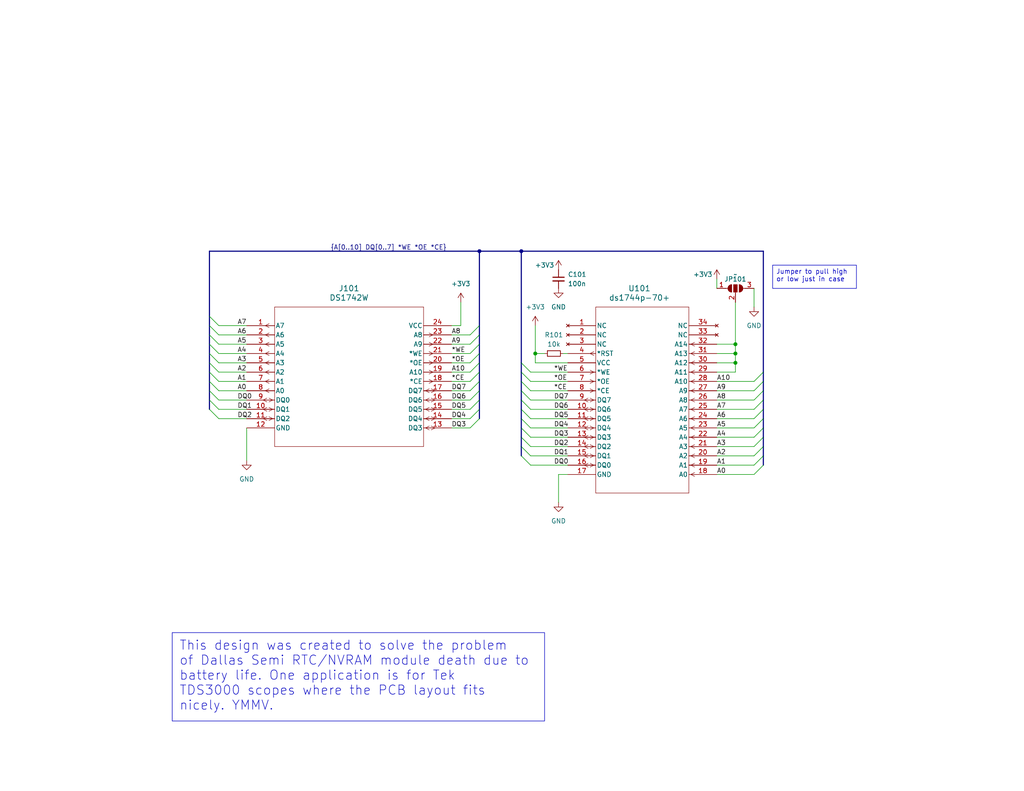
<source format=kicad_sch>
(kicad_sch (version 20230121) (generator eeschema)
  (paper "USLetter")
  (title_block (title "DS1742 to DS1744 Adapter") (date "2023-10-20") (rev "1.1") (comment 1 "License : GPL-3.0") (comment 2 "Modified : Steven Knudsen (github knud)") (comment 3 "Original Source : https://github.com/james10952001/DS1744WP-to-DS1742W-adapter") (comment 4 "Author : James (github james10952001 )"))
  (lib_symbols
    (symbol "DS1742-100_1" (pin_names (offset 1.016))
      (property "Reference" "U" (at 23.241 9.1186 0))
      (property "Value" "DS1742-100" (at 22.6314 6.5786 0))
      (symbol "DS1742-100_1_0_0"
        (polyline (pts (xy 7.62 -33.02) (xy 48.26 -33.02)) (stroke (width 0.1524)))
        (polyline (pts (xy 7.62 5.08) (xy 7.62 -33.02)) (stroke (width 0.1524)))
        (polyline (pts (xy 48.26 -33.02) (xy 48.26 5.08)) (stroke (width 0.1524)))
        (polyline (pts (xy 48.26 5.08) (xy 7.62 5.08)) (stroke (width 0.1524)))
        (pin input line (at 0 0 0) (length 7.62) (name "A7") (number "1"))
        (pin passive line (at 0 -22.86 0) (length 7.62) (name "DQ1") (number "10"))
        (pin passive line (at 0 -25.4 0) (length 7.62) (name "DQ2") (number "11"))
        (pin power_in line (at 0 -27.94 0) (length 7.62) (name "GND") (number "12"))
        (pin passive line (at 55.88 -27.94 180) (length 7.62) (name "DQ3") (number "13"))
        (pin passive line (at 55.88 -25.4 180) (length 7.62) (name "DQ4") (number "14"))
        (pin passive line (at 55.88 -22.86 180) (length 7.62) (name "DQ5") (number "15"))
        (pin passive line (at 55.88 -20.32 180) (length 7.62) (name "DQ6") (number "16"))
        (pin passive line (at 55.88 -17.78 180) (length 7.62) (name "DQ7") (number "17"))
        (pin passive line (at 55.88 -15.24 180) (length 7.62) (name "*CE") (number "18"))
        (pin input line (at 55.88 -12.7 180) (length 7.62) (name "A10") (number "19"))
        (pin input line (at 0 -2.54 0) (length 7.62) (name "A6") (number "2"))
        (pin passive line (at 55.88 -10.16 180) (length 7.62) (name "*OE") (number "20"))
        (pin passive line (at 55.88 -7.62 180) (length 7.62) (name "*WE") (number "21"))
        (pin input line (at 55.88 -5.08 180) (length 7.62) (name "A9") (number "22"))
        (pin input line (at 55.88 -2.54 180) (length 7.62) (name "A8") (number "23"))
        (pin power_in line (at 55.88 0 180) (length 7.62) (name "VCC") (number "24"))
        (pin input line (at 0 -5.08 0) (length 7.62) (name "A5") (number "3"))
        (pin input line (at 0 -7.62 0) (length 7.62) (name "A4") (number "4"))
        (pin input line (at 0 -10.16 0) (length 7.62) (name "A3") (number "5"))
        (pin input line (at 0 -12.7 0) (length 7.62) (name "A2") (number "6"))
        (pin input line (at 0 -15.24 0) (length 7.62) (name "A1") (number "7"))
        (pin input line (at 0 -17.78 0) (length 7.62) (name "A0") (number "8"))
        (pin passive line (at 0 -20.32 0) (length 7.62) (name "DQ0") (number "9"))
      )
    )
    (symbol "DS1744P-70_1" (pin_names (offset 1.016))
      (property "Reference" "U" (at -12.7 36.5506 0))
      (property "Value" "DS1744P-70" (at -12.7 -39.5478 0))
      (symbol "DS1744P-70_1_0_0"
        (polyline (pts (xy -12.7 -35.56) (xy -12.7 35.56)) (stroke (width 0.4064)))
        (polyline (pts (xy -12.7 35.56) (xy 12.7 35.56)) (stroke (width 0.4064)))
        (polyline (pts (xy 12.7 -35.56) (xy -12.7 -35.56)) (stroke (width 0.4064)))
        (polyline (pts (xy 12.7 35.56) (xy 12.7 -35.56)) (stroke (width 0.4064)))
        (pin bidirectional line (at -17.78 -34.29 0) (length 5.08) hide (name "NC") (number "1"))
        (pin bidirectional line (at 17.78 -20.32 180) (length 5.08) (name "DQ6") (number "10"))
        (pin bidirectional line (at 17.78 -17.78 180) (length 5.08) (name "DQ5") (number "11"))
        (pin bidirectional line (at 17.78 -15.24 180) (length 5.08) (name "DQ4") (number "12"))
        (pin bidirectional line (at -17.78 -22.86 0) (length 5.08) (name "DQ3") (number "13"))
        (pin bidirectional line (at -17.78 -20.32 0) (length 5.08) (name "DQ2") (number "14"))
        (pin bidirectional line (at -17.78 -17.78 0) (length 5.08) (name "DQ1") (number "15"))
        (pin bidirectional line (at -17.78 -15.24 0) (length 5.08) (name "DQ0") (number "16"))
        (pin power_in line (at 17.78 -33.02 180) (length 5.08) (name "GND") (number "17"))
        (pin bidirectional line (at -17.78 7.62 0) (length 5.08) (name "A0") (number "18"))
        (pin bidirectional line (at -17.78 5.08 0) (length 5.08) (name "A1") (number "19"))
        (pin bidirectional line (at -17.78 -33.02 0) (length 5.08) hide (name "NC") (number "2"))
        (pin bidirectional line (at -17.78 2.54 0) (length 5.08) (name "A2") (number "20"))
        (pin bidirectional line (at -17.78 0 0) (length 5.08) (name "A3") (number "21"))
        (pin bidirectional line (at -17.78 -2.54 0) (length 5.08) (name "A4") (number "22"))
        (pin bidirectional line (at -17.78 -5.08 0) (length 5.08) (name "A5") (number "23"))
        (pin bidirectional line (at -17.78 -7.62 0) (length 5.08) (name "A6") (number "24"))
        (pin bidirectional line (at 17.78 7.62 180) (length 5.08) (name "A7") (number "25"))
        (pin bidirectional line (at 17.78 5.08 180) (length 5.08) (name "A8") (number "26"))
        (pin bidirectional line (at 17.78 2.54 180) (length 5.08) (name "A9") (number "27"))
        (pin bidirectional line (at 17.78 0 180) (length 5.08) (name "A10") (number "28"))
        (pin bidirectional line (at 17.78 -2.54 180) (length 5.08) (name "A11") (number "29"))
        (pin bidirectional line (at -17.78 -31.75 0) (length 5.08) hide (name "NC") (number "3"))
        (pin bidirectional line (at 17.78 -5.08 180) (length 5.08) (name "A12") (number "30"))
        (pin bidirectional line (at 17.78 -7.62 180) (length 5.08) (name "A13") (number "31"))
        (pin bidirectional line (at 17.78 -10.16 180) (length 5.08) (name "A14") (number "32"))
        (pin bidirectional line (at -17.78 -30.48 0) (length 5.08) hide (name "NC") (number "33"))
        (pin bidirectional line (at -17.78 -29.21 0) (length 5.08) hide (name "NC") (number "34"))
        (pin bidirectional line (at -17.78 17.78 0) (length 5.08) (name "~{RST}") (number "4"))
        (pin power_in line (at 17.78 33.02 180) (length 5.08) (name "VCC") (number "5"))
        (pin bidirectional line (at -17.78 12.7 0) (length 5.08) (name "~{WE}") (number "6"))
        (pin bidirectional line (at -17.78 22.86 0) (length 5.08) (name "~{OE}") (number "7"))
        (pin bidirectional line (at -17.78 27.94 0) (length 5.08) (name "~{CE}") (number "8"))
        (pin bidirectional line (at 17.78 -22.86 180) (length 5.08) (name "DQ7") (number "9"))
      )
    )
    (symbol "DS1744p-adapter:DS1742W" (pin_names (offset 0.254))
      (property "Reference" "J" (at 27.94 10.16 0))
      (property "Value" "DS1742W" (at 27.94 7.62 0))
      (symbol "DS1742W_0_1"
        (polyline (pts (xy 5.08 -17.78) (xy 6.1214 -18.3007)) (stroke (width 0.127)))
        (polyline (pts (xy 5.08 -17.78) (xy 6.1214 -17.2593)) (stroke (width 0.127)))
        (polyline (pts (xy 5.08 -15.24) (xy 6.1214 -15.7607)) (stroke (width 0.127)))
        (polyline (pts (xy 5.08 -15.24) (xy 6.1214 -14.7193)) (stroke (width 0.127)))
        (polyline (pts (xy 5.08 -12.7) (xy 6.1214 -13.2207)) (stroke (width 0.127)))
        (polyline (pts (xy 5.08 -12.7) (xy 6.1214 -12.1793)) (stroke (width 0.127)))
        (polyline (pts (xy 5.08 -10.16) (xy 6.1214 -10.6807)) (stroke (width 0.127)))
        (polyline (pts (xy 5.08 -10.16) (xy 6.1214 -9.6393)) (stroke (width 0.127)))
        (polyline (pts (xy 5.08 -7.62) (xy 6.1214 -8.1407)) (stroke (width 0.127)))
        (polyline (pts (xy 5.08 -7.62) (xy 6.1214 -7.0993)) (stroke (width 0.127)))
        (polyline (pts (xy 5.08 -5.08) (xy 6.1214 -5.6007)) (stroke (width 0.127)))
        (polyline (pts (xy 5.08 -5.08) (xy 6.1214 -4.5593)) (stroke (width 0.127)))
        (polyline (pts (xy 5.08 -2.54) (xy 6.1214 -3.0607)) (stroke (width 0.127)))
        (polyline (pts (xy 5.08 -2.54) (xy 6.1214 -2.0193)) (stroke (width 0.127)))
        (polyline (pts (xy 5.08 0) (xy 6.1214 -0.5207)) (stroke (width 0.127)))
        (polyline (pts (xy 5.08 0) (xy 6.1214 0.5207)) (stroke (width 0.127)))
        (polyline (pts (xy 5.5372 -25.9207) (xy 4.4958 -25.4)) (stroke (width 0.127)))
        (polyline (pts (xy 5.5372 -24.8793) (xy 4.4958 -25.4)) (stroke (width 0.127)))
        (polyline (pts (xy 5.5372 -23.3807) (xy 4.4958 -22.86)) (stroke (width 0.127)))
        (polyline (pts (xy 5.5372 -22.3393) (xy 4.4958 -22.86)) (stroke (width 0.127)))
        (polyline (pts (xy 5.5372 -20.8407) (xy 4.4958 -20.32)) (stroke (width 0.127)))
        (polyline (pts (xy 5.5372 -19.7993) (xy 4.4958 -20.32)) (stroke (width 0.127)))
        (polyline (pts (xy 7.0993 -25.4) (xy 6.0579 -25.9207)) (stroke (width 0.127)))
        (polyline (pts (xy 7.0993 -25.4) (xy 6.0579 -24.8793)) (stroke (width 0.127)))
        (polyline (pts (xy 7.0993 -22.86) (xy 6.0579 -23.3807)) (stroke (width 0.127)))
        (polyline (pts (xy 7.0993 -22.86) (xy 6.0579 -22.3393)) (stroke (width 0.127)))
        (polyline (pts (xy 7.0993 -20.32) (xy 6.0579 -20.8407)) (stroke (width 0.127)))
        (polyline (pts (xy 7.0993 -20.32) (xy 6.0579 -19.7993)) (stroke (width 0.127)))
        (polyline (pts (xy 7.62 -33.02) (xy 48.26 -33.02)) (stroke (width 0.127)))
        (polyline (pts (xy 7.62 5.08) (xy 7.62 -33.02)) (stroke (width 0.127)))
        (polyline (pts (xy 48.26 -33.02) (xy 48.26 5.08)) (stroke (width 0.127)))
        (polyline (pts (xy 48.26 5.08) (xy 7.62 5.08)) (stroke (width 0.127)))
        (polyline (pts (xy 48.7807 -27.94) (xy 49.8221 -28.4607)) (stroke (width 0.127)))
        (polyline (pts (xy 48.7807 -27.94) (xy 49.8221 -27.4193)) (stroke (width 0.127)))
        (polyline (pts (xy 48.7807 -25.4) (xy 49.8221 -25.9207)) (stroke (width 0.127)))
        (polyline (pts (xy 48.7807 -25.4) (xy 49.8221 -24.8793)) (stroke (width 0.127)))
        (polyline (pts (xy 48.7807 -22.86) (xy 49.8221 -23.3807)) (stroke (width 0.127)))
        (polyline (pts (xy 48.7807 -22.86) (xy 49.8221 -22.3393)) (stroke (width 0.127)))
        (polyline (pts (xy 48.7807 -20.32) (xy 49.8221 -20.8407)) (stroke (width 0.127)))
        (polyline (pts (xy 48.7807 -20.32) (xy 49.8221 -19.7993)) (stroke (width 0.127)))
        (polyline (pts (xy 48.7807 -17.78) (xy 49.8221 -18.3007)) (stroke (width 0.127)))
        (polyline (pts (xy 48.7807 -17.78) (xy 49.8221 -17.2593)) (stroke (width 0.127)))
        (polyline (pts (xy 50.3428 -28.4607) (xy 51.3842 -27.94)) (stroke (width 0.127)))
        (polyline (pts (xy 50.3428 -27.4193) (xy 51.3842 -27.94)) (stroke (width 0.127)))
        (polyline (pts (xy 50.3428 -25.9207) (xy 51.3842 -25.4)) (stroke (width 0.127)))
        (polyline (pts (xy 50.3428 -24.8793) (xy 51.3842 -25.4)) (stroke (width 0.127)))
        (polyline (pts (xy 50.3428 -23.3807) (xy 51.3842 -22.86)) (stroke (width 0.127)))
        (polyline (pts (xy 50.3428 -22.3393) (xy 51.3842 -22.86)) (stroke (width 0.127)))
        (polyline (pts (xy 50.3428 -20.8407) (xy 51.3842 -20.32)) (stroke (width 0.127)))
        (polyline (pts (xy 50.3428 -19.7993) (xy 51.3842 -20.32)) (stroke (width 0.127)))
        (polyline (pts (xy 50.3428 -18.3007) (xy 51.3842 -17.78)) (stroke (width 0.127)))
        (polyline (pts (xy 50.3428 -17.2593) (xy 51.3842 -17.78)) (stroke (width 0.127)))
        (polyline (pts (xy 50.8 -15.24) (xy 49.7586 -15.7607)) (stroke (width 0.127)))
        (polyline (pts (xy 50.8 -15.24) (xy 49.7586 -14.7193)) (stroke (width 0.127)))
        (polyline (pts (xy 50.8 -12.7) (xy 49.7586 -13.2207)) (stroke (width 0.127)))
        (polyline (pts (xy 50.8 -12.7) (xy 49.7586 -12.1793)) (stroke (width 0.127)))
        (polyline (pts (xy 50.8 -10.16) (xy 49.7586 -10.6807)) (stroke (width 0.127)))
        (polyline (pts (xy 50.8 -10.16) (xy 49.7586 -9.6393)) (stroke (width 0.127)))
        (polyline (pts (xy 50.8 -7.62) (xy 49.7586 -8.1407)) (stroke (width 0.127)))
        (polyline (pts (xy 50.8 -7.62) (xy 49.7586 -7.0993)) (stroke (width 0.127)))
        (polyline (pts (xy 50.8 -5.08) (xy 49.7586 -5.6007)) (stroke (width 0.127)))
        (polyline (pts (xy 50.8 -5.08) (xy 49.7586 -4.5593)) (stroke (width 0.127)))
        (polyline (pts (xy 50.8 -2.54) (xy 49.7586 -3.0607)) (stroke (width 0.127)))
        (polyline (pts (xy 50.8 -2.54) (xy 49.7586 -2.0193)) (stroke (width 0.127)))
        (pin bidirectional line (at 0 -22.86 0) (length 7.62) (name "DQ1") (number "10"))
        (pin bidirectional line (at 0 -25.4 0) (length 7.62) (name "DQ2") (number "11"))
        (pin bidirectional line (at 55.88 -27.94 180) (length 7.62) (name "DQ3") (number "13"))
        (pin bidirectional line (at 55.88 -25.4 180) (length 7.62) (name "DQ4") (number "14"))
        (pin bidirectional line (at 55.88 -22.86 180) (length 7.62) (name "DQ5") (number "15"))
        (pin bidirectional line (at 55.88 -20.32 180) (length 7.62) (name "DQ6") (number "16"))
        (pin bidirectional line (at 55.88 -17.78 180) (length 7.62) (name "DQ7") (number "17"))
        (pin bidirectional line (at 0 -20.32 0) (length 7.62) (name "DQ0") (number "9"))
      )
      (symbol "DS1742W_1_1"
        (pin output line (at 0 0 0) (length 7.62) (name "A7") (number "1"))
        (pin power_out line (at 0 -27.94 0) (length 7.62) (name "GND") (number "12"))
        (pin output line (at 55.88 -15.24 180) (length 7.62) (name "*CE") (number "18"))
        (pin output line (at 55.88 -12.7 180) (length 7.62) (name "A10") (number "19"))
        (pin output line (at 0 -2.54 0) (length 7.62) (name "A6") (number "2"))
        (pin output line (at 55.88 -10.16 180) (length 7.62) (name "*OE") (number "20"))
        (pin output line (at 55.88 -7.62 180) (length 7.62) (name "*WE") (number "21"))
        (pin output line (at 55.88 -5.08 180) (length 7.62) (name "A9") (number "22"))
        (pin output line (at 55.88 -2.54 180) (length 7.62) (name "A8") (number "23"))
        (pin power_out line (at 55.88 0 180) (length 7.62) (name "VCC") (number "24"))
        (pin output line (at 0 -5.08 0) (length 7.62) (name "A5") (number "3"))
        (pin output line (at 0 -7.62 0) (length 7.62) (name "A4") (number "4"))
        (pin output line (at 0 -10.16 0) (length 7.62) (name "A3") (number "5"))
        (pin output line (at 0 -12.7 0) (length 7.62) (name "A2") (number "6"))
        (pin output line (at 0 -15.24 0) (length 7.62) (name "A1") (number "7"))
        (pin output line (at 0 -17.78 0) (length 7.62) (name "A0") (number "8"))
      )
    )
    (symbol "DS1744p-adapter:ds1744p-70+" (pin_names (offset 0.254))
      (property "Reference" "U" (at 20.32 10.16 0))
      (property "Value" "ds1744p-70+" (at 20.32 7.62 0))
      (symbol "ds1744p-70+_0_1"
        (polyline (pts (xy 5.5372 -38.6207) (xy 4.4958 -38.1)) (stroke (width 0.127)))
        (polyline (pts (xy 5.5372 -37.5793) (xy 4.4958 -38.1)) (stroke (width 0.127)))
        (polyline (pts (xy 5.5372 -36.0807) (xy 4.4958 -35.56)) (stroke (width 0.127)))
        (polyline (pts (xy 5.5372 -35.0393) (xy 4.4958 -35.56)) (stroke (width 0.127)))
        (polyline (pts (xy 5.5372 -33.5407) (xy 4.4958 -33.02)) (stroke (width 0.127)))
        (polyline (pts (xy 5.5372 -32.4993) (xy 4.4958 -33.02)) (stroke (width 0.127)))
        (polyline (pts (xy 5.5372 -31.0007) (xy 4.4958 -30.48)) (stroke (width 0.127)))
        (polyline (pts (xy 5.5372 -29.9593) (xy 4.4958 -30.48)) (stroke (width 0.127)))
        (polyline (pts (xy 5.5372 -28.4607) (xy 4.4958 -27.94)) (stroke (width 0.127)))
        (polyline (pts (xy 5.5372 -27.4193) (xy 4.4958 -27.94)) (stroke (width 0.127)))
        (polyline (pts (xy 5.5372 -25.9207) (xy 4.4958 -25.4)) (stroke (width 0.127)))
        (polyline (pts (xy 5.5372 -24.8793) (xy 4.4958 -25.4)) (stroke (width 0.127)))
        (polyline (pts (xy 5.5372 -23.3807) (xy 4.4958 -22.86)) (stroke (width 0.127)))
        (polyline (pts (xy 5.5372 -22.3393) (xy 4.4958 -22.86)) (stroke (width 0.127)))
        (polyline (pts (xy 5.5372 -20.8407) (xy 4.4958 -20.32)) (stroke (width 0.127)))
        (polyline (pts (xy 5.5372 -19.7993) (xy 4.4958 -20.32)) (stroke (width 0.127)))
        (polyline (pts (xy 7.0993 -38.1) (xy 6.0579 -38.6207)) (stroke (width 0.127)))
        (polyline (pts (xy 7.0993 -38.1) (xy 6.0579 -37.5793)) (stroke (width 0.127)))
        (polyline (pts (xy 7.0993 -35.56) (xy 6.0579 -36.0807)) (stroke (width 0.127)))
        (polyline (pts (xy 7.0993 -35.56) (xy 6.0579 -35.0393)) (stroke (width 0.127)))
        (polyline (pts (xy 7.0993 -33.02) (xy 6.0579 -33.5407)) (stroke (width 0.127)))
        (polyline (pts (xy 7.0993 -33.02) (xy 6.0579 -32.4993)) (stroke (width 0.127)))
        (polyline (pts (xy 7.0993 -30.48) (xy 6.0579 -31.0007)) (stroke (width 0.127)))
        (polyline (pts (xy 7.0993 -30.48) (xy 6.0579 -29.9593)) (stroke (width 0.127)))
        (polyline (pts (xy 7.0993 -27.94) (xy 6.0579 -28.4607)) (stroke (width 0.127)))
        (polyline (pts (xy 7.0993 -27.94) (xy 6.0579 -27.4193)) (stroke (width 0.127)))
        (polyline (pts (xy 7.0993 -25.4) (xy 6.0579 -25.9207)) (stroke (width 0.127)))
        (polyline (pts (xy 7.0993 -25.4) (xy 6.0579 -24.8793)) (stroke (width 0.127)))
        (polyline (pts (xy 7.0993 -22.86) (xy 6.0579 -23.3807)) (stroke (width 0.127)))
        (polyline (pts (xy 7.0993 -22.86) (xy 6.0579 -22.3393)) (stroke (width 0.127)))
        (polyline (pts (xy 7.0993 -20.32) (xy 6.0579 -20.8407)) (stroke (width 0.127)))
        (polyline (pts (xy 7.0993 -20.32) (xy 6.0579 -19.7993)) (stroke (width 0.127)))
        (polyline (pts (xy 7.0993 -17.78) (xy 6.0579 -18.3007)) (stroke (width 0.127)))
        (polyline (pts (xy 7.0993 -17.78) (xy 6.0579 -17.2593)) (stroke (width 0.127)))
        (polyline (pts (xy 7.0993 -15.24) (xy 6.0579 -15.7607)) (stroke (width 0.127)))
        (polyline (pts (xy 7.0993 -15.24) (xy 6.0579 -14.7193)) (stroke (width 0.127)))
        (polyline (pts (xy 7.0993 -12.7) (xy 6.0579 -13.2207)) (stroke (width 0.127)))
        (polyline (pts (xy 7.0993 -12.7) (xy 6.0579 -12.1793)) (stroke (width 0.127)))
        (polyline (pts (xy 7.0993 -8.1407) (xy 6.0579 -7.62)) (stroke (width 0.127)))
        (polyline (pts (xy 7.0993 -7.0993) (xy 6.0579 -7.62)) (stroke (width 0.127)))
        (polyline (pts (xy 7.62 -45.72) (xy 33.02 -45.72)) (stroke (width 0.127)))
        (polyline (pts (xy 7.62 5.08) (xy 7.62 -45.72)) (stroke (width 0.127)))
        (polyline (pts (xy 33.02 -45.72) (xy 33.02 5.08)) (stroke (width 0.127)))
        (polyline (pts (xy 33.02 5.08) (xy 7.62 5.08)) (stroke (width 0.127)))
        (polyline (pts (xy 33.5407 -40.64) (xy 34.5821 -41.1607)) (stroke (width 0.127)))
        (polyline (pts (xy 33.5407 -40.64) (xy 34.5821 -40.1193)) (stroke (width 0.127)))
        (polyline (pts (xy 33.5407 -38.1) (xy 34.5821 -38.6207)) (stroke (width 0.127)))
        (polyline (pts (xy 33.5407 -38.1) (xy 34.5821 -37.5793)) (stroke (width 0.127)))
        (polyline (pts (xy 33.5407 -35.56) (xy 34.5821 -36.0807)) (stroke (width 0.127)))
        (polyline (pts (xy 33.5407 -35.56) (xy 34.5821 -35.0393)) (stroke (width 0.127)))
        (polyline (pts (xy 33.5407 -33.02) (xy 34.5821 -33.5407)) (stroke (width 0.127)))
        (polyline (pts (xy 33.5407 -33.02) (xy 34.5821 -32.4993)) (stroke (width 0.127)))
        (polyline (pts (xy 33.5407 -30.48) (xy 34.5821 -31.0007)) (stroke (width 0.127)))
        (polyline (pts (xy 33.5407 -30.48) (xy 34.5821 -29.9593)) (stroke (width 0.127)))
        (polyline (pts (xy 33.5407 -27.94) (xy 34.5821 -28.4607)) (stroke (width 0.127)))
        (polyline (pts (xy 33.5407 -27.94) (xy 34.5821 -27.4193)) (stroke (width 0.127)))
        (polyline (pts (xy 33.5407 -25.4) (xy 34.5821 -25.9207)) (stroke (width 0.127)))
        (polyline (pts (xy 33.5407 -25.4) (xy 34.5821 -24.8793)) (stroke (width 0.127)))
        (polyline (pts (xy 33.5407 -22.86) (xy 34.5821 -23.3807)) (stroke (width 0.127)))
        (polyline (pts (xy 33.5407 -22.86) (xy 34.5821 -22.3393)) (stroke (width 0.127)))
        (polyline (pts (xy 33.5407 -20.32) (xy 34.5821 -20.8407)) (stroke (width 0.127)))
        (polyline (pts (xy 33.5407 -20.32) (xy 34.5821 -19.7993)) (stroke (width 0.127)))
        (polyline (pts (xy 33.5407 -17.78) (xy 34.5821 -18.3007)) (stroke (width 0.127)))
        (polyline (pts (xy 33.5407 -17.78) (xy 34.5821 -17.2593)) (stroke (width 0.127)))
        (polyline (pts (xy 33.5407 -15.24) (xy 34.5821 -15.7607)) (stroke (width 0.127)))
        (polyline (pts (xy 33.5407 -15.24) (xy 34.5821 -14.7193)) (stroke (width 0.127)))
        (polyline (pts (xy 33.5407 -12.7) (xy 34.5821 -13.2207)) (stroke (width 0.127)))
        (polyline (pts (xy 33.5407 -12.7) (xy 34.5821 -12.1793)) (stroke (width 0.127)))
        (polyline (pts (xy 33.5407 -10.16) (xy 34.5821 -10.6807)) (stroke (width 0.127)))
        (polyline (pts (xy 33.5407 -10.16) (xy 34.5821 -9.6393)) (stroke (width 0.127)))
        (polyline (pts (xy 33.5407 -7.62) (xy 34.5821 -8.1407)) (stroke (width 0.127)))
        (polyline (pts (xy 33.5407 -7.62) (xy 34.5821 -7.0993)) (stroke (width 0.127)))
        (polyline (pts (xy 33.5407 -5.08) (xy 34.5821 -5.6007)) (stroke (width 0.127)))
        (polyline (pts (xy 33.5407 -5.08) (xy 34.5821 -4.5593)) (stroke (width 0.127)))
        (pin no_connect line (at 0 0 0) (length 7.62) (name "NC") (number "1"))
        (pin bidirectional line (at 0 -22.86 0) (length 7.62) (name "DQ6") (number "10"))
        (pin bidirectional line (at 0 -25.4 0) (length 7.62) (name "DQ5") (number "11"))
        (pin bidirectional line (at 0 -27.94 0) (length 7.62) (name "DQ4") (number "12"))
        (pin bidirectional line (at 0 -30.48 0) (length 7.62) (name "DQ3") (number "13"))
        (pin bidirectional line (at 0 -33.02 0) (length 7.62) (name "DQ2") (number "14"))
        (pin bidirectional line (at 0 -35.56 0) (length 7.62) (name "DQ1") (number "15"))
        (pin bidirectional line (at 0 -38.1 0) (length 7.62) (name "DQ0") (number "16"))
        (pin power_in line (at 0 -40.64 0) (length 7.62) (name "GND") (number "17"))
        (pin input line (at 40.64 -40.64 180) (length 7.62) (name "A0") (number "18"))
        (pin input line (at 40.64 -38.1 180) (length 7.62) (name "A1") (number "19"))
        (pin no_connect line (at 0 -2.54 0) (length 7.62) (name "NC") (number "2"))
        (pin input line (at 40.64 -35.56 180) (length 7.62) (name "A2") (number "20"))
        (pin input line (at 40.64 -33.02 180) (length 7.62) (name "A3") (number "21"))
        (pin input line (at 40.64 -30.48 180) (length 7.62) (name "A4") (number "22"))
        (pin input line (at 40.64 -27.94 180) (length 7.62) (name "A5") (number "23"))
        (pin input line (at 40.64 -25.4 180) (length 7.62) (name "A6") (number "24"))
        (pin input line (at 40.64 -22.86 180) (length 7.62) (name "A7") (number "25"))
        (pin input line (at 40.64 -20.32 180) (length 7.62) (name "A8") (number "26"))
        (pin input line (at 40.64 -17.78 180) (length 7.62) (name "A9") (number "27"))
        (pin input line (at 40.64 -15.24 180) (length 7.62) (name "A10") (number "28"))
        (pin input line (at 40.64 -12.7 180) (length 7.62) (name "A11") (number "29"))
        (pin no_connect line (at 0 -5.08 0) (length 7.62) (name "NC") (number "3"))
        (pin input line (at 40.64 -10.16 180) (length 7.62) (name "A12") (number "30"))
        (pin input line (at 40.64 -7.62 180) (length 7.62) (name "A13") (number "31"))
        (pin input line (at 40.64 -5.08 180) (length 7.62) (name "A14") (number "32"))
        (pin no_connect line (at 40.64 -2.54 180) (length 7.62) (name "NC") (number "33"))
        (pin no_connect line (at 40.64 0 180) (length 7.62) (name "NC") (number "34"))
        (pin output line (at 0 -7.62 0) (length 7.62) (name "*RST") (number "4"))
        (pin power_in line (at 0 -10.16 0) (length 7.62) (name "VCC") (number "5"))
        (pin input line (at 0 -12.7 0) (length 7.62) (name "*WE") (number "6"))
        (pin input line (at 0 -15.24 0) (length 7.62) (name "*OE") (number "7"))
        (pin input line (at 0 -17.78 0) (length 7.62) (name "*CE") (number "8"))
        (pin bidirectional line (at 0 -20.32 0) (length 7.62) (name "DQ7") (number "9"))
      )
    )
    (symbol "Device:C_Small" (pin_numbers hide) (pin_names (offset 0.254) hide)
      (property "Reference" "C" (at 0.254 1.778 0))
      (property "Value" "C_Small" (at 0.254 -2.032 0))
      (symbol "C_Small_0_1"
        (polyline (pts (xy -1.524 -0.508) (xy 1.524 -0.508)) (stroke (width 0.3302)))
        (polyline (pts (xy -1.524 0.508) (xy 1.524 0.508)) (stroke (width 0.3048)))
      )
      (symbol "C_Small_1_1"
        (pin passive line (at 0 2.54 270) (length 2.032) (name "~") (number "1"))
        (pin passive line (at 0 -2.54 90) (length 2.032) (name "~") (number "2"))
      )
    )
    (symbol "Device:R_Small" (pin_numbers hide) (pin_names (offset 0.254) hide)
      (property "Reference" "R" (at 0.762 0.508 0))
      (property "Value" "R_Small" (at 0.762 -1.016 0))
      (symbol "R_Small_0_1"
        (rectangle (start -0.762 1.778) (end 0.762 -1.778) (stroke (width 0.2032)))
      )
      (symbol "R_Small_1_1"
        (pin passive line (at 0 2.54 270) (length 0.762) (name "~") (number "1"))
        (pin passive line (at 0 -2.54 90) (length 0.762) (name "~") (number "2"))
      )
    )
    (symbol "Jumper:SolderJumper_3_Open" (pin_names (offset 0) hide)
      (property "Reference" "JP" (at -2.54 -2.54 0))
      (property "Value" "SolderJumper_3_Open" (at 0 2.794 0))
      (symbol "SolderJumper_3_Open_0_1"
        (arc (start -1.016 1.016) (mid -2.0276 0) (end -1.016 -1.016))
        (arc (start -1.016 1.016) (mid -2.0276 0) (end -1.016 -1.016) (fill (type outline)))
        (rectangle (start -0.508 1.016) (end 0.508 -1.016) (fill (type outline)))
        (polyline (pts (xy -2.54 0) (xy -2.032 0)))
        (polyline (pts (xy -1.016 1.016) (xy -1.016 -1.016)))
        (polyline (pts (xy 0 -1.27) (xy 0 -1.016)))
        (polyline (pts (xy 1.016 1.016) (xy 1.016 -1.016)))
        (polyline (pts (xy 2.54 0) (xy 2.032 0)))
        (arc (start 1.016 -1.016) (mid 2.0276 0) (end 1.016 1.016))
        (arc (start 1.016 -1.016) (mid 2.0276 0) (end 1.016 1.016) (fill (type outline)))
      )
      (symbol "SolderJumper_3_Open_1_1"
        (pin passive line (at -5.08 0 0) (length 2.54) (name "A") (number "1"))
        (pin passive line (at 0 -3.81 90) (length 2.54) (name "C") (number "2"))
        (pin passive line (at 5.08 0 180) (length 2.54) (name "B") (number "3"))
      )
    )
    (symbol "power:+3V3" (power) (pin_names (offset 0))
      (property "Value" "+3V3" (at 0 3.556 0))
      (symbol "+3V3_0_1"
        (polyline (pts (xy -0.762 1.27) (xy 0 2.54)))
        (polyline (pts (xy 0 0) (xy 0 2.54)))
        (polyline (pts (xy 0 2.54) (xy 0.762 1.27)))
      )
      (symbol "+3V3_1_1"
        (pin power_in line (at 0 0 90) (length 0) hide (name "+3V3") (number "1"))
      )
    )
    (symbol "power:GND" (power) (pin_names (offset 0))
      (property "Value" "GND" (at 0 -3.81 0))
      (symbol "GND_0_1"
        (polyline (pts (xy 0 0) (xy 0 -1.27) (xy 1.27 -1.27) (xy 0 -2.54) (xy -1.27 -1.27) (xy 0 -1.27)))
      )
      (symbol "GND_1_1"
        (pin power_in line (at 0 0 270) (length 0) hide (name "GND") (number "1"))
      )
    )
  )
  (junction (at 142.24 68.58))
  (junction (at 200.66 93.98))
  (junction (at 130.81 68.58))
  (junction (at 146.05 96.52))
  (junction (at 200.66 96.52))
  (junction (at 200.66 99.06))
  (bus_entry (at 208.28 106.68) (size -2.54 2.54))
  (bus_entry (at 57.15 104.14) (size 2.54 2.54))
  (bus_entry (at 130.81 109.22) (size -2.54 2.54))
  (bus_entry (at 57.15 111.76) (size 2.54 2.54))
  (bus_entry (at 142.24 116.84) (size 2.54 2.54))
  (bus_entry (at 142.24 124.46) (size 2.54 2.54))
  (bus_entry (at 208.28 124.46) (size -2.54 2.54))
  (bus_entry (at 142.24 111.76) (size 2.54 2.54))
  (bus_entry (at 208.28 121.92) (size -2.54 2.54))
  (bus_entry (at 142.24 121.92) (size 2.54 2.54))
  (bus_entry (at 208.28 116.84) (size -2.54 2.54))
  (bus_entry (at 130.81 93.98) (size -2.54 2.54))
  (bus_entry (at 130.81 91.44) (size -2.54 2.54))
  (bus_entry (at 57.15 93.98) (size 2.54 2.54))
  (bus_entry (at 142.24 101.6) (size 2.54 2.54))
  (bus_entry (at 57.15 101.6) (size 2.54 2.54))
  (bus_entry (at 130.81 88.9) (size -2.54 2.54))
  (bus_entry (at 142.24 104.14) (size 2.54 2.54))
  (bus_entry (at 208.28 101.6) (size -2.54 2.54))
  (bus_entry (at 130.81 96.52) (size -2.54 2.54))
  (bus_entry (at 57.15 91.44) (size 2.54 2.54))
  (bus_entry (at 142.24 106.68) (size 2.54 2.54))
  (bus_entry (at 57.15 109.22) (size 2.54 2.54))
  (bus_entry (at 130.81 114.3) (size -2.54 2.54))
  (bus_entry (at 142.24 114.3) (size 2.54 2.54))
  (bus_entry (at 208.28 104.14) (size -2.54 2.54))
  (bus_entry (at 208.28 114.3) (size -2.54 2.54))
  (bus_entry (at 130.81 101.6) (size -2.54 2.54))
  (bus_entry (at 57.15 106.68) (size 2.54 2.54))
  (bus_entry (at 208.28 109.22) (size -2.54 2.54))
  (bus_entry (at 57.15 88.9) (size 2.54 2.54))
  (bus_entry (at 142.24 109.22) (size 2.54 2.54))
  (bus_entry (at 142.24 119.38) (size 2.54 2.54))
  (bus_entry (at 57.15 96.52) (size 2.54 2.54))
  (bus_entry (at 130.81 106.68) (size -2.54 2.54))
  (bus_entry (at 57.15 86.36) (size 2.54 2.54))
  (bus_entry (at 130.81 104.14) (size -2.54 2.54))
  (bus_entry (at 57.15 99.06) (size 2.54 2.54))
  (bus_entry (at 208.28 111.76) (size -2.54 2.54))
  (bus_entry (at 208.28 127) (size -2.54 2.54))
  (bus_entry (at 130.81 99.06) (size -2.54 2.54))
  (bus_entry (at 130.81 111.76) (size -2.54 2.54))
  (bus_entry (at 208.28 119.38) (size -2.54 2.54))
  (bus_entry (at 142.24 99.06) (size 2.54 2.54))
  (bus (pts (xy 142.24 111.76) (xy 142.24 114.3)))
  (bus (pts (xy 208.28 111.76) (xy 208.28 114.3)))
  (bus (pts (xy 208.28 119.38) (xy 208.28 121.92)))
  (wire (pts (xy 152.4 129.54) (xy 154.94 129.54)))
  (wire (pts (xy 144.78 104.14) (xy 154.94 104.14)))
  (wire (pts (xy 195.58 111.76) (xy 205.74 111.76)))
  (bus (pts (xy 208.28 121.92) (xy 208.28 124.46)))
  (wire (pts (xy 59.69 91.44) (xy 67.31 91.44)))
  (wire (pts (xy 144.78 109.22) (xy 154.94 109.22)))
  (bus (pts (xy 130.81 99.06) (xy 130.81 101.6)))
  (bus (pts (xy 130.81 109.22) (xy 130.81 111.76)))
  (bus (pts (xy 208.28 116.84) (xy 208.28 119.38)))
  (bus (pts (xy 130.81 91.44) (xy 130.81 93.98)))
  (wire (pts (xy 200.66 82.55) (xy 200.66 93.98)))
  (wire (pts (xy 59.69 114.3) (xy 67.31 114.3)))
  (bus (pts (xy 208.28 114.3) (xy 208.28 116.84)))
  (bus (pts (xy 208.28 104.14) (xy 208.28 106.68)))
  (wire (pts (xy 123.19 91.44) (xy 128.27 91.44)))
  (wire (pts (xy 59.69 111.76) (xy 67.31 111.76)))
  (bus (pts (xy 142.24 119.38) (xy 142.24 121.92)))
  (wire (pts (xy 195.58 101.6) (xy 200.66 101.6)))
  (wire (pts (xy 123.19 99.06) (xy 128.27 99.06)))
  (wire (pts (xy 148.59 96.52) (xy 146.05 96.52)))
  (wire (pts (xy 152.4 137.16) (xy 152.4 129.54)))
  (bus (pts (xy 142.24 101.6) (xy 142.24 104.14)))
  (bus (pts (xy 130.81 88.9) (xy 130.81 91.44)))
  (wire (pts (xy 144.78 127) (xy 154.94 127)))
  (wire (pts (xy 59.69 106.68) (xy 67.31 106.68)))
  (bus (pts (xy 57.15 88.9) (xy 57.15 86.36)))
  (wire (pts (xy 195.58 121.92) (xy 205.74 121.92)))
  (wire (pts (xy 195.58 124.46) (xy 205.74 124.46)))
  (wire (pts (xy 200.66 96.52) (xy 200.66 93.98)))
  (bus (pts (xy 130.81 68.58) (xy 142.24 68.58)))
  (wire (pts (xy 144.78 111.76) (xy 154.94 111.76)))
  (bus (pts (xy 57.15 106.68) (xy 57.15 104.14)))
  (wire (pts (xy 123.19 111.76) (xy 128.27 111.76)))
  (bus (pts (xy 57.15 68.58) (xy 130.81 68.58)))
  (wire (pts (xy 195.58 104.14) (xy 205.74 104.14)))
  (wire (pts (xy 123.19 109.22) (xy 128.27 109.22)))
  (bus (pts (xy 142.24 104.14) (xy 142.24 106.68)))
  (wire (pts (xy 153.67 96.52) (xy 154.94 96.52)))
  (bus (pts (xy 57.15 109.22) (xy 57.15 106.68)))
  (wire (pts (xy 144.78 119.38) (xy 154.94 119.38)))
  (bus (pts (xy 57.15 93.98) (xy 57.15 91.44)))
  (bus (pts (xy 142.24 109.22) (xy 142.24 111.76)))
  (wire (pts (xy 195.58 116.84) (xy 205.74 116.84)))
  (wire (pts (xy 123.19 93.98) (xy 128.27 93.98)))
  (wire (pts (xy 123.19 106.68) (xy 128.27 106.68)))
  (wire (pts (xy 205.74 78.74) (xy 205.74 83.82)))
  (wire (pts (xy 59.69 88.9) (xy 67.31 88.9)))
  (wire (pts (xy 59.69 99.06) (xy 67.31 99.06)))
  (wire (pts (xy 154.94 99.06) (xy 146.05 99.06)))
  (wire (pts (xy 125.73 82.55) (xy 125.73 88.9)))
  (wire (pts (xy 200.66 99.06) (xy 200.66 96.52)))
  (bus (pts (xy 130.81 93.98) (xy 130.81 96.52)))
  (bus (pts (xy 208.28 124.46) (xy 208.28 127)))
  (wire (pts (xy 195.58 119.38) (xy 205.74 119.38)))
  (wire (pts (xy 123.19 88.9) (xy 125.73 88.9)))
  (bus (pts (xy 130.81 111.76) (xy 130.81 114.3)))
  (wire (pts (xy 144.78 101.6) (xy 154.94 101.6)))
  (wire (pts (xy 144.78 121.92) (xy 154.94 121.92)))
  (wire (pts (xy 195.58 129.54) (xy 205.74 129.54)))
  (bus (pts (xy 57.15 68.58) (xy 57.15 86.36)))
  (bus (pts (xy 208.28 101.6) (xy 208.28 104.14)))
  (wire (pts (xy 146.05 96.52) (xy 146.05 88.9)))
  (wire (pts (xy 123.19 96.52) (xy 128.27 96.52)))
  (wire (pts (xy 67.31 116.84) (xy 67.31 125.73)))
  (wire (pts (xy 123.19 104.14) (xy 128.27 104.14)))
  (wire (pts (xy 200.66 101.6) (xy 200.66 99.06)))
  (wire (pts (xy 146.05 96.52) (xy 146.05 99.06)))
  (wire (pts (xy 195.58 93.98) (xy 200.66 93.98)))
  (wire (pts (xy 195.58 99.06) (xy 200.66 99.06)))
  (bus (pts (xy 57.15 91.44) (xy 57.15 88.9)))
  (wire (pts (xy 195.58 106.68) (xy 205.74 106.68)))
  (wire (pts (xy 59.69 101.6) (xy 67.31 101.6)))
  (wire (pts (xy 59.69 93.98) (xy 67.31 93.98)))
  (wire (pts (xy 123.19 116.84) (xy 128.27 116.84)))
  (bus (pts (xy 130.81 104.14) (xy 130.81 106.68)))
  (wire (pts (xy 144.78 124.46) (xy 154.94 124.46)))
  (bus (pts (xy 130.81 68.58) (xy 130.81 88.9)))
  (wire (pts (xy 195.58 127) (xy 205.74 127)))
  (bus (pts (xy 142.24 68.58) (xy 142.24 99.06)))
  (wire (pts (xy 195.58 76.2) (xy 195.58 78.74)))
  (wire (pts (xy 59.69 109.22) (xy 67.31 109.22)))
  (bus (pts (xy 57.15 101.6) (xy 57.15 99.06)))
  (wire (pts (xy 59.69 104.14) (xy 67.31 104.14)))
  (bus (pts (xy 142.24 106.68) (xy 142.24 109.22)))
  (bus (pts (xy 130.81 96.52) (xy 130.81 99.06)))
  (bus (pts (xy 57.15 104.14) (xy 57.15 101.6)))
  (bus (pts (xy 57.15 109.22) (xy 57.15 111.76)))
  (bus (pts (xy 142.24 68.58) (xy 208.28 68.58)))
  (bus (pts (xy 142.24 99.06) (xy 142.24 101.6)))
  (wire (pts (xy 144.78 106.68) (xy 154.94 106.68)))
  (bus (pts (xy 142.24 116.84) (xy 142.24 119.38)))
  (wire (pts (xy 144.78 116.84) (xy 154.94 116.84)))
  (wire (pts (xy 144.78 114.3) (xy 154.94 114.3)))
  (bus (pts (xy 130.81 101.6) (xy 130.81 104.14)))
  (wire (pts (xy 123.19 114.3) (xy 128.27 114.3)))
  (bus (pts (xy 130.81 106.68) (xy 130.81 109.22)))
  (wire (pts (xy 195.58 109.22) (xy 205.74 109.22)))
  (bus (pts (xy 208.28 109.22) (xy 208.28 111.76)))
  (bus (pts (xy 142.24 121.92) (xy 142.24 124.46)))
  (wire (pts (xy 195.58 114.3) (xy 205.74 114.3)))
  (wire (pts (xy 59.69 96.52) (xy 67.31 96.52)))
  (bus (pts (xy 142.24 114.3) (xy 142.24 116.84)))
  (bus (pts (xy 208.28 68.58) (xy 208.28 101.6)))
  (wire (pts (xy 195.58 96.52) (xy 200.66 96.52)))
  (wire (pts (xy 123.19 101.6) (xy 128.27 101.6)))
  (bus (pts (xy 57.15 96.52) (xy 57.15 93.98)))
  (bus (pts (xy 57.15 99.06) (xy 57.15 96.52)))
  (bus (pts (xy 208.28 106.68) (xy 208.28 109.22)))
  (text_box "This design was created to solve the problem\nof Dallas Semi RTC/NVRAM module death due to\nbattery life. One application is for Tek\nTDS3000 scopes where the PCB layout fits\nnicely. YMMV." (at 46.99 172.72 0) (size 101.6 24.13) (effects (font (size 2.54 2.54)) (justify left top)))
  (text_box "Jumper to pull high\nor low just in case" (at 210.82 72.39 0) (size 22.86 6.35) (effects (font (size 1.27 1.27)) (justify left top)))
  (label "A9" (at 195.58 106.68 0))
  (label "DQ4" (at 151.13 116.84 0))
  (label "A7" (at 195.58 111.76 0))
  (label "A5" (at 64.77 93.98 0))
  (label "A5" (at 195.58 116.84 0))
  (label "DQ0" (at 64.77 109.22 0))
  (label "DQ3" (at 151.13 119.38 0))
  (label "DQ7" (at 123.19 106.68 0))
  (label "DQ1" (at 151.13 124.46 0))
  (label "A4" (at 195.58 119.38 0))
  (label "A7" (at 64.77 88.9 0))
  (label "DQ7" (at 151.13 109.22 0))
  (label "A3" (at 64.77 99.06 0))
  (label "DQ6" (at 123.19 109.22 0))
  (label "DQ5" (at 151.13 114.3 0))
  (label "A2" (at 195.58 124.46 0))
  (label "DQ1" (at 64.77 111.76 0))
  (label "DQ2" (at 64.77 114.3 0))
  (label "A3" (at 195.58 121.92 0))
  (label "A0" (at 64.77 106.68 0))
  (label "DQ3" (at 123.19 116.84 0))
  (label "DQ4" (at 123.19 114.3 0))
  (label "*OE" (at 151.13 104.14 0))
  (label "*CE" (at 151.13 106.68 0))
  (label "*WE" (at 151.13 101.6 0))
  (label "A8" (at 123.19 91.44 0))
  (label "DQ5" (at 123.19 111.76 0))
  (label "DQ6" (at 151.13 111.76 0))
  (label "*WE" (at 123.19 96.52 0))
  (label "A6" (at 64.77 91.44 0))
  (label "A9" (at 123.19 93.98 0))
  (label "DQ2" (at 151.13 121.92 0))
  (label "A8" (at 195.58 109.22 0))
  (label "A6" (at 195.58 114.3 0))
  (label "DQ0" (at 151.13 127 0))
  (label "A1" (at 64.77 104.14 0))
  (label "A4" (at 64.77 96.52 0))
  (label "A0" (at 195.58 129.54 0))
  (label "*OE" (at 123.19 99.06 0))
  (label "A2" (at 64.77 101.6 0))
  (label "{A[0..10] DQ[0..7] *WE *OE *CE}" (at 90.17 68.58 0))
  (label "A10" (at 195.58 104.14 0))
  (label "A1" (at 195.58 127 0))
  (label "A10" (at 123.19 101.6 0))
  (label "*CE" (at 123.19 104.14 0))
  (symbol (lib_id "power:GND") (at 152.4 137.16 0) (unit 1)
    (property "Reference" "#PWR011" (effects hide))
    (property "Value" "GND" (at 152.4 142.24 0))
  )
  (symbol (lib_id "Jumper:SolderJumper_3_Open") (at 200.66 78.74 0) (unit 1)
    (property "Reference" "JP101" (at 200.66 76.2 0))
    (property "Value" "~" (at 200.66 74.93 0))
    (property "Footprint" "Jumper:SolderJumper-3_P1.3mm_Open_RoundedPad1.0x1.5mm" (effects hide))
  )
  (symbol (lib_id "power:+3V3") (at 146.05 88.9 0) (unit 1)
    (property "Reference" "#PWR010" (effects hide))
    (property "Value" "+3V3" (at 146.05 83.82 0))
  )
  (symbol (lib_id "Device:C_Small") (at 152.4 76.2 0) (unit 1)
    (property "Reference" "C101" (at 154.94 74.9363 0) (effects (justify left)))
    (property "Value" "100n" (at 154.94 77.4763 0) (effects (justify left)))
    (property "Footprint" "Capacitor_SMD:C_0603_1608Metric_Pad1.08x0.95mm_HandSolder" (effects hide))
  )
  (symbol (lib_id "DS1744p-adapter:ds1744p-70+") (at 154.94 88.9 0) (unit 1)
    (property "Reference" "U101" (at 174.4789 78.74 0) (effects (font (size 1.524 1.524))))
    (property "Value" "ds1744p-70+" (at 174.4789 81.28 0) (effects (font (size 1.524 1.524))))
    (property "Footprint" "DS1744p-adapter:21-0246_PC2&plus_2_MXM" (effects hide))
    (property "Datasheet" "ds1744p-70+" (effects hide))
  )
  (symbol (lib_id "DS1744p-adapter:DS1742W") (at 67.31 88.9 0) (unit 1)
    (property "Reference" "J101" (at 95.25 78.74 0) (effects (font (size 1.524 1.524))))
    (property "Value" "DS1742W" (at 95.25 81.28 0) (effects (font (size 1.524 1.524))))
    (property "Footprint" "DS1744p-adapter:DIP-24_W15.24mm_LongPads" (effects hide))
    (property "Datasheet" "DS1742W" (effects hide))
  )
  (symbol (lib_id "power:+3V3") (at 195.58 76.2 0) (unit 1)
    (property "Reference" "#PWR07" (effects hide))
    (property "Value" "+3V3" (at 191.77 74.93 0))
  )
  (symbol (lib_id "power:+3V3") (at 125.73 82.55 0) (unit 1)
    (property "Reference" "#PWR09" (effects hide))
    (property "Value" "+3V3" (at 125.73 77.47 0))
  )
  (symbol (lib_id "power:GND") (at 152.4 78.74 0) (unit 1)
    (property "Reference" "#PWR012" (effects hide))
    (property "Value" "GND" (at 152.4 83.82 0))
  )
  (symbol (lib_id "power:GND") (at 205.74 83.82 0) (unit 1)
    (property "Reference" "#PWR014" (effects hide))
    (property "Value" "GND" (at 205.74 88.9 0))
  )
  (symbol (lib_id "Device:R_Small") (at 151.13 96.52 90) (unit 1)
    (property "Reference" "R101" (at 151.13 91.44 90))
    (property "Value" "10k" (at 151.13 93.98 90))
    (property "Footprint" "Resistor_SMD:R_0603_1608Metric_Pad0.98x0.95mm_HandSolder" (effects hide))
  )
  (symbol (lib_id "power:+3V3") (at 152.4 73.66 0) (unit 1)
    (property "Reference" "#PWR013" (effects hide))
    (property "Value" "+3V3" (at 148.59 72.39 0))
  )
  (symbol (lib_id "power:GND") (at 67.31 125.73 0) (unit 1)
    (property "Reference" "#PWR08" (effects hide))
    (property "Value" "GND" (at 67.31 130.81 0))
  )
)
</source>
